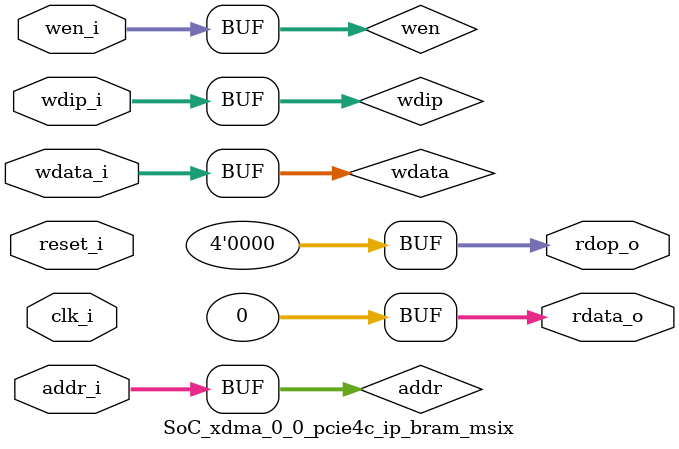
<source format=v>
`timescale 1ps/1ps

(* DowngradeIPIdentifiedWarnings = "yes" *)
module SoC_xdma_0_0_pcie4c_ip_bram_msix #(

  parameter           TCQ = 100
, parameter           TO_RAM_PIPELINE="FALSE"
, parameter           FROM_RAM_PIPELINE="FALSE"
, parameter           MSIX_CAP_TABLE_SIZE=11'h0
, parameter           MSIX_TABLE_RAM_ENABLE="FALSE"

  ) (

  input  wire         clk_i,
  input  wire         reset_i,

  input  wire  [12:0] addr_i,
  input  wire  [31:0] wdata_i,
  input  wire   [3:0] wdip_i,
  input  wire   [3:0] wen_i,
  output wire  [31:0] rdata_o,
  output wire   [3:0] rdop_o

  );

  // WIP : Use Total number of functions (PFs + VFs) to calculate the NUM_BRAM_4K
  localparam integer NUM_BRAM_4K = (MSIX_TABLE_RAM_ENABLE == "TRUE") ? 8 : 0 ;
 

  reg          [12:0] addr;
  reg          [12:0] addr_p0;
  reg          [12:0] addr_p1;
  reg          [31:0] wdata;
  reg           [3:0] wdip;
  reg           [3:0] wen;
  reg          [31:0] reg_rdata;
  reg           [3:0] reg_rdop;
  wire         [31:0] rdata;
  wire          [3:0] rdop;
  genvar              i;
  wire    [(8*4)-1:0] bram_4k_wen;
  wire   [(8*32)-1:0] rdata_t;
  wire    [(8*4)-1:0] rdop_t;

  //
  // Optional input pipe stages
  //
  generate

    if (TO_RAM_PIPELINE == "TRUE") begin : TORAMPIPELINE

      always @(posedge clk_i) begin
     
        if (reset_i) begin

          addr <= #(TCQ) 13'b0;
          wdata <= #(TCQ) 32'b0;
          wdip <= #(TCQ) 4'b0;
          wen <= #(TCQ) 4'b0;

        end else begin

          addr <= #(TCQ) addr_i;
          wdata <= #(TCQ) wdata_i;
          wdip <= #(TCQ) wdip_i;
          wen <= #(TCQ) wen_i;

        end

      end

    end else begin : NOTORAMPIPELINE

      always @(*) begin

          addr = addr_i;
          wdata = wdata_i;
          wdip = wdip_i;
          wen = wen_i;

      end


    end

  endgenerate

  // 
  // Address pipeline
  //
  always @(posedge clk_i) begin
     
    if (reset_i) begin

      addr_p0 <= #(TCQ) 13'b0;
      addr_p1 <= #(TCQ) 13'b0;

    end else begin

      addr_p0 <= #(TCQ) addr;
      addr_p1 <= #(TCQ) addr_p0;

    end

  end

  //
  // Optional output pipe stages
  //
  generate

    if (FROM_RAM_PIPELINE == "TRUE") begin : FRMRAMPIPELINE


      always @(posedge clk_i) begin
     
        if (reset_i) begin

          reg_rdata <= #(TCQ) 32'b0;
          reg_rdop <= #(TCQ) 4'b0;

        end else begin

          case (addr_p1[12:10]) 
            3'b000 : begin
              reg_rdata <= #(TCQ) rdata_t[(32*(0))+31:(32*(0))+0];
              reg_rdop <= #(TCQ) rdop_t[(4*(0))+3:(4*(0))+0];
            end
            3'b001 : begin
              reg_rdata <= #(TCQ) rdata_t[(32*(1))+31:(32*(1))+0];
              reg_rdop <= #(TCQ) rdop_t[(4*(1))+3:(4*(1))+0];
            end
            3'b010 : begin
              reg_rdata <= #(TCQ) rdata_t[(32*(2))+31:(32*(2))+0];
              reg_rdop <= #(TCQ) rdop_t[(4*(2))+3:(4*(2))+0];
            end
            3'b011 : begin
              reg_rdata <= #(TCQ) rdata_t[(32*(3))+31:(32*(3))+0];
              reg_rdop <= #(TCQ) rdop_t[(4*(3))+3:(4*(3))+0];
            end
            3'b100 : begin
              reg_rdata <= #(TCQ) rdata_t[(32*(4))+31:(32*(4))+0];
              reg_rdop <= #(TCQ) rdop_t[(4*(4))+3:(4*(4))+0];
            end
            3'b101 : begin
              reg_rdata <= #(TCQ) rdata_t[(32*(5))+31:(32*(5))+0];
              reg_rdop <= #(TCQ) rdop_t[(4*(5))+3:(4*(5))+0];
            end
            3'b110 : begin
              reg_rdata <= #(TCQ) rdata_t[(32*(6))+31:(32*(6))+0];
              reg_rdop <= #(TCQ) rdop_t[(4*(6))+3:(4*(6))+0];
            end
            3'b111 : begin
              reg_rdata <= #(TCQ) rdata_t[(32*(7))+31:(32*(7))+0];
              reg_rdop <= #(TCQ) rdop_t[(4*(7))+3:(4*(7))+0];
            end
          endcase

        end

      end

    end else begin : NOFRMRAMPIPELINE

      always @(*) begin

          case (addr_p1[12:10]) 
            3'b000 : begin
              reg_rdata <= #(TCQ) rdata_t[(32*(0))+31:(32*(0))+0];
              reg_rdop <= #(TCQ) rdop_t[(4*(0))+3:(4*(0))+0];
            end
            3'b001 : begin
              reg_rdata <= #(TCQ) rdata_t[(32*(1))+31:(32*(1))+0];
              reg_rdop <= #(TCQ) rdop_t[(4*(1))+3:(4*(1))+0];
            end
            3'b010 : begin
              reg_rdata <= #(TCQ) rdata_t[(32*(2))+31:(32*(2))+0];
              reg_rdop <= #(TCQ) rdop_t[(4*(2))+3:(4*(2))+0];
            end
            3'b011 : begin
              reg_rdata <= #(TCQ) rdata_t[(32*(3))+31:(32*(3))+0];
              reg_rdop <= #(TCQ) rdop_t[(4*(3))+3:(4*(3))+0];
            end
            3'b100 : begin
              reg_rdata <= #(TCQ) rdata_t[(32*(4))+31:(32*(4))+0];
              reg_rdop <= #(TCQ) rdop_t[(4*(4))+3:(4*(4))+0];
            end
            3'b101 : begin
              reg_rdata <= #(TCQ) rdata_t[(32*(5))+31:(32*(5))+0];
              reg_rdop <= #(TCQ) rdop_t[(4*(5))+3:(4*(5))+0];
            end
            3'b110 : begin
              reg_rdata <= #(TCQ) rdata_t[(32*(6))+31:(32*(6))+0];
              reg_rdop <= #(TCQ) rdop_t[(4*(6))+3:(4*(6))+0];
            end
            3'b111 : begin
              reg_rdata <= #(TCQ) rdata_t[(32*(7))+31:(32*(7))+0];
              reg_rdop <= #(TCQ) rdop_t[(4*(7))+3:(4*(7))+0];
            end
          endcase

      end

    end
  
  endgenerate

  assign rdata_o = (MSIX_TABLE_RAM_ENABLE == "TRUE") ?  reg_rdata : 32'h0;
  assign rdop_o = (MSIX_TABLE_RAM_ENABLE == "TRUE") ? reg_rdop : 4'h0;

  generate 
  
    for (i=0; i<NUM_BRAM_4K; i=i+1) begin : BRAM4K

      SoC_xdma_0_0_pcie4c_ip_bram_4k_int #(
          .TCQ(TCQ)
        )
        bram_4k_int (
    
          .clk_i (clk_i),
          .reset_i (reset_i),
    
          .addr_i(addr[9:0]),
          .wdata_i(wdata),
          .wdip_i(wdip),
          .wen_i(bram_4k_wen[(4*(i))+3:(4*(i))+0]),
          .rdata_o(rdata_t[(32*i)+31:(32*i)+0]),
          .rdop_o(rdop_t[(4*i)+3:(4*i)+0]),
          .baddr_i(10'b0),
          .brdata_o()

      );
      assign bram_4k_wen[(4*(i))+3:(4*(i))+0] = wen & {4{(i == addr[12:10])}};  
      
    end

  endgenerate

endmodule

</source>
